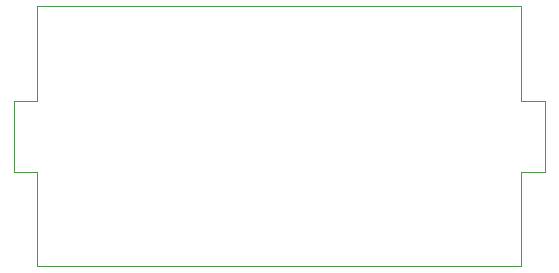
<source format=gtp>
G04 #@! TF.GenerationSoftware,KiCad,Pcbnew,(5.1.10)-1*
G04 #@! TF.CreationDate,2023-01-31T14:41:16+02:00*
G04 #@! TF.ProjectId,voltmeter,766f6c74-6d65-4746-9572-2e6b69636164,rev?*
G04 #@! TF.SameCoordinates,Original*
G04 #@! TF.FileFunction,Paste,Top*
G04 #@! TF.FilePolarity,Positive*
%FSLAX46Y46*%
G04 Gerber Fmt 4.6, Leading zero omitted, Abs format (unit mm)*
G04 Created by KiCad (PCBNEW (5.1.10)-1) date 2023-01-31 14:41:16*
%MOMM*%
%LPD*%
G01*
G04 APERTURE LIST*
G04 #@! TA.AperFunction,Profile*
%ADD10C,0.050000*%
G04 #@! TD*
G04 APERTURE END LIST*
D10*
X52578000Y-78048000D02*
X52578000Y-86048000D01*
X50578000Y-86048000D02*
X50578000Y-92048000D01*
X52578000Y-86048000D02*
X50578000Y-86048000D01*
X52578000Y-92048000D02*
X50578000Y-92048000D01*
X52578000Y-92048000D02*
X52578000Y-100048000D01*
X93578000Y-92048000D02*
X93578000Y-100048000D01*
X95578000Y-92048000D02*
X93578000Y-92048000D01*
X95578000Y-86048000D02*
X93578000Y-86048000D01*
X95578000Y-86048000D02*
X95578000Y-92048000D01*
X52578000Y-100048000D02*
X93578000Y-100048000D01*
X93578000Y-78048000D02*
X93578000Y-86048000D01*
X52578000Y-78048000D02*
X93578000Y-78048000D01*
M02*

</source>
